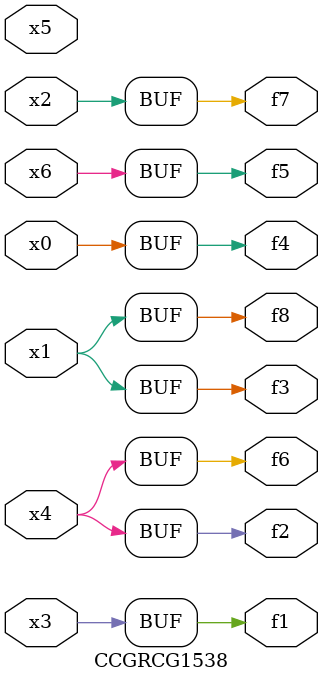
<source format=v>
module CCGRCG1538(
	input x0, x1, x2, x3, x4, x5, x6,
	output f1, f2, f3, f4, f5, f6, f7, f8
);
	assign f1 = x3;
	assign f2 = x4;
	assign f3 = x1;
	assign f4 = x0;
	assign f5 = x6;
	assign f6 = x4;
	assign f7 = x2;
	assign f8 = x1;
endmodule

</source>
